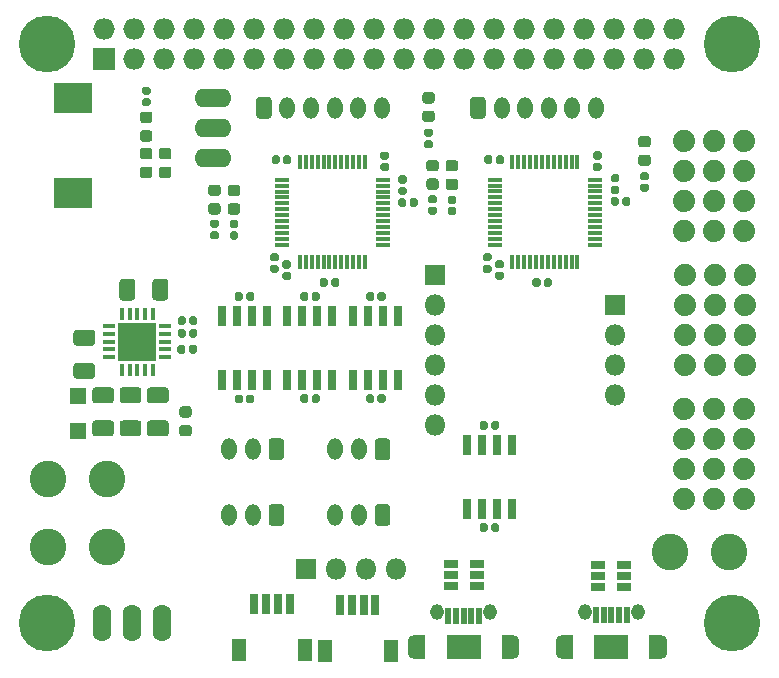
<source format=gbr>
G04 #@! TF.GenerationSoftware,KiCad,Pcbnew,5.1.6-c6e7f7d~87~ubuntu19.10.1*
G04 #@! TF.CreationDate,2021-03-31T16:12:46-04:00*
G04 #@! TF.ProjectId,helios,68656c69-6f73-42e6-9b69-6361645f7063,v1.0*
G04 #@! TF.SameCoordinates,Original*
G04 #@! TF.FileFunction,Soldermask,Top*
G04 #@! TF.FilePolarity,Negative*
%FSLAX46Y46*%
G04 Gerber Fmt 4.6, Leading zero omitted, Abs format (unit mm)*
G04 Created by KiCad (PCBNEW 5.1.6-c6e7f7d~87~ubuntu19.10.1) date 2021-03-31 16:12:46*
%MOMM*%
%LPD*%
G01*
G04 APERTURE LIST*
%ADD10R,1.800000X1.800000*%
%ADD11O,1.800000X1.800000*%
%ADD12R,1.476200X1.376200*%
%ADD13R,0.711200X1.651000*%
%ADD14C,3.101600*%
%ADD15O,1.300000X1.850000*%
%ADD16R,0.975000X2.000000*%
%ADD17R,3.000000X2.000000*%
%ADD18R,0.500000X1.450000*%
%ADD19O,1.100000X2.000000*%
%ADD20O,1.150000X1.350000*%
%ADD21O,1.827200X1.827200*%
%ADD22R,1.827200X1.827200*%
%ADD23R,0.701600X1.651600*%
%ADD24R,1.301600X1.901600*%
%ADD25C,1.879600*%
%ADD26R,3.276600X2.578100*%
%ADD27R,1.293800X0.404800*%
%ADD28R,0.404800X1.293800*%
%ADD29R,1.160000X0.750000*%
%ADD30R,0.404800X1.065200*%
%ADD31R,1.065200X0.404800*%
%ADD32R,3.300400X3.300400*%
%ADD33O,1.600200X3.124200*%
%ADD34O,3.124200X1.600200*%
%ADD35C,4.800000*%
G04 APERTURE END LIST*
D10*
G04 #@! TO.C,U10*
X151670000Y-96800000D03*
D11*
X151670000Y-99340000D03*
X151670000Y-101880000D03*
X151670000Y-104420000D03*
X151670000Y-106960000D03*
X151670000Y-109500000D03*
X166910000Y-104420000D03*
X166910000Y-101880000D03*
D10*
X166910000Y-99340000D03*
D11*
X166910000Y-106960000D03*
G04 #@! TD*
D12*
G04 #@! TO.C,D7*
X121450000Y-107100000D03*
X121450000Y-110000000D03*
G04 #@! TD*
D13*
G04 #@! TO.C,U3*
X148601000Y-100274000D03*
X147331000Y-100274000D03*
X146061000Y-100274000D03*
X144791000Y-100274000D03*
X144791000Y-105674000D03*
X146061000Y-105674000D03*
X147331000Y-105674000D03*
X148601000Y-105674000D03*
G04 #@! TD*
G04 #@! TO.C,U5*
X158205000Y-111190000D03*
X156935000Y-111190000D03*
X155665000Y-111190000D03*
X154395000Y-111190000D03*
X154395000Y-116590000D03*
X155665000Y-116590000D03*
X156935000Y-116590000D03*
X158205000Y-116590000D03*
G04 #@! TD*
G04 #@! TO.C,U2*
X137461000Y-105664000D03*
X136191000Y-105664000D03*
X134921000Y-105664000D03*
X133651000Y-105664000D03*
X133651000Y-100264000D03*
X134921000Y-100264000D03*
X136191000Y-100264000D03*
X137461000Y-100264000D03*
G04 #@! TD*
G04 #@! TO.C,U4*
X143021000Y-105664000D03*
X141751000Y-105664000D03*
X140481000Y-105664000D03*
X139211000Y-105664000D03*
X139211000Y-100264000D03*
X140481000Y-100264000D03*
X141751000Y-100264000D03*
X143021000Y-100264000D03*
G04 #@! TD*
D14*
G04 #@! TO.C,1111*
X123950000Y-114050000D03*
X118950000Y-114050000D03*
G04 #@! TD*
G04 #@! TO.C,C1*
G36*
G01*
X141946000Y-98436500D02*
X141946000Y-98831500D01*
G75*
G02*
X141773500Y-99004000I-172500J0D01*
G01*
X141428500Y-99004000D01*
G75*
G02*
X141256000Y-98831500I0J172500D01*
G01*
X141256000Y-98436500D01*
G75*
G02*
X141428500Y-98264000I172500J0D01*
G01*
X141773500Y-98264000D01*
G75*
G02*
X141946000Y-98436500I0J-172500D01*
G01*
G37*
G36*
G01*
X140976000Y-98436500D02*
X140976000Y-98831500D01*
G75*
G02*
X140803500Y-99004000I-172500J0D01*
G01*
X140458500Y-99004000D01*
G75*
G02*
X140286000Y-98831500I0J172500D01*
G01*
X140286000Y-98436500D01*
G75*
G02*
X140458500Y-98264000I172500J0D01*
G01*
X140803500Y-98264000D01*
G75*
G02*
X140976000Y-98436500I0J-172500D01*
G01*
G37*
G04 #@! TD*
G04 #@! TO.C,C2*
G36*
G01*
X146551000Y-98436500D02*
X146551000Y-98831500D01*
G75*
G02*
X146378500Y-99004000I-172500J0D01*
G01*
X146033500Y-99004000D01*
G75*
G02*
X145861000Y-98831500I0J172500D01*
G01*
X145861000Y-98436500D01*
G75*
G02*
X146033500Y-98264000I172500J0D01*
G01*
X146378500Y-98264000D01*
G75*
G02*
X146551000Y-98436500I0J-172500D01*
G01*
G37*
G36*
G01*
X147521000Y-98436500D02*
X147521000Y-98831500D01*
G75*
G02*
X147348500Y-99004000I-172500J0D01*
G01*
X147003500Y-99004000D01*
G75*
G02*
X146831000Y-98831500I0J172500D01*
G01*
X146831000Y-98436500D01*
G75*
G02*
X147003500Y-98264000I172500J0D01*
G01*
X147348500Y-98264000D01*
G75*
G02*
X147521000Y-98436500I0J-172500D01*
G01*
G37*
G04 #@! TD*
G04 #@! TO.C,C3*
G36*
G01*
X142635000Y-97252500D02*
X142635000Y-97647500D01*
G75*
G02*
X142462500Y-97820000I-172500J0D01*
G01*
X142117500Y-97820000D01*
G75*
G02*
X141945000Y-97647500I0J172500D01*
G01*
X141945000Y-97252500D01*
G75*
G02*
X142117500Y-97080000I172500J0D01*
G01*
X142462500Y-97080000D01*
G75*
G02*
X142635000Y-97252500I0J-172500D01*
G01*
G37*
G36*
G01*
X143605000Y-97252500D02*
X143605000Y-97647500D01*
G75*
G02*
X143432500Y-97820000I-172500J0D01*
G01*
X143087500Y-97820000D01*
G75*
G02*
X142915000Y-97647500I0J172500D01*
G01*
X142915000Y-97252500D01*
G75*
G02*
X143087500Y-97080000I172500J0D01*
G01*
X143432500Y-97080000D01*
G75*
G02*
X143605000Y-97252500I0J-172500D01*
G01*
G37*
G04 #@! TD*
G04 #@! TO.C,C4*
G36*
G01*
X161605000Y-97252500D02*
X161605000Y-97647500D01*
G75*
G02*
X161432500Y-97820000I-172500J0D01*
G01*
X161087500Y-97820000D01*
G75*
G02*
X160915000Y-97647500I0J172500D01*
G01*
X160915000Y-97252500D01*
G75*
G02*
X161087500Y-97080000I172500J0D01*
G01*
X161432500Y-97080000D01*
G75*
G02*
X161605000Y-97252500I0J-172500D01*
G01*
G37*
G36*
G01*
X160635000Y-97252500D02*
X160635000Y-97647500D01*
G75*
G02*
X160462500Y-97820000I-172500J0D01*
G01*
X160117500Y-97820000D01*
G75*
G02*
X159945000Y-97647500I0J172500D01*
G01*
X159945000Y-97252500D01*
G75*
G02*
X160117500Y-97080000I172500J0D01*
G01*
X160462500Y-97080000D01*
G75*
G02*
X160635000Y-97252500I0J-172500D01*
G01*
G37*
G04 #@! TD*
G04 #@! TO.C,C5*
G36*
G01*
X136396000Y-98436500D02*
X136396000Y-98831500D01*
G75*
G02*
X136223500Y-99004000I-172500J0D01*
G01*
X135878500Y-99004000D01*
G75*
G02*
X135706000Y-98831500I0J172500D01*
G01*
X135706000Y-98436500D01*
G75*
G02*
X135878500Y-98264000I172500J0D01*
G01*
X136223500Y-98264000D01*
G75*
G02*
X136396000Y-98436500I0J-172500D01*
G01*
G37*
G36*
G01*
X135426000Y-98436500D02*
X135426000Y-98831500D01*
G75*
G02*
X135253500Y-99004000I-172500J0D01*
G01*
X134908500Y-99004000D01*
G75*
G02*
X134736000Y-98831500I0J172500D01*
G01*
X134736000Y-98436500D01*
G75*
G02*
X134908500Y-98264000I172500J0D01*
G01*
X135253500Y-98264000D01*
G75*
G02*
X135426000Y-98436500I0J-172500D01*
G01*
G37*
G04 #@! TD*
G04 #@! TO.C,C6*
G36*
G01*
X157135000Y-109342500D02*
X157135000Y-109737500D01*
G75*
G02*
X156962500Y-109910000I-172500J0D01*
G01*
X156617500Y-109910000D01*
G75*
G02*
X156445000Y-109737500I0J172500D01*
G01*
X156445000Y-109342500D01*
G75*
G02*
X156617500Y-109170000I172500J0D01*
G01*
X156962500Y-109170000D01*
G75*
G02*
X157135000Y-109342500I0J-172500D01*
G01*
G37*
G36*
G01*
X156165000Y-109342500D02*
X156165000Y-109737500D01*
G75*
G02*
X155992500Y-109910000I-172500J0D01*
G01*
X155647500Y-109910000D01*
G75*
G02*
X155475000Y-109737500I0J172500D01*
G01*
X155475000Y-109342500D01*
G75*
G02*
X155647500Y-109170000I172500J0D01*
G01*
X155992500Y-109170000D01*
G75*
G02*
X156165000Y-109342500I0J-172500D01*
G01*
G37*
G04 #@! TD*
G04 #@! TO.C,C7*
G36*
G01*
X138952500Y-96545000D02*
X139347500Y-96545000D01*
G75*
G02*
X139520000Y-96717500I0J-172500D01*
G01*
X139520000Y-97062500D01*
G75*
G02*
X139347500Y-97235000I-172500J0D01*
G01*
X138952500Y-97235000D01*
G75*
G02*
X138780000Y-97062500I0J172500D01*
G01*
X138780000Y-96717500D01*
G75*
G02*
X138952500Y-96545000I172500J0D01*
G01*
G37*
G36*
G01*
X138952500Y-95575000D02*
X139347500Y-95575000D01*
G75*
G02*
X139520000Y-95747500I0J-172500D01*
G01*
X139520000Y-96092500D01*
G75*
G02*
X139347500Y-96265000I-172500J0D01*
G01*
X138952500Y-96265000D01*
G75*
G02*
X138780000Y-96092500I0J172500D01*
G01*
X138780000Y-95747500D01*
G75*
G02*
X138952500Y-95575000I172500J0D01*
G01*
G37*
G04 #@! TD*
G04 #@! TO.C,C8*
G36*
G01*
X137902500Y-94975000D02*
X138297500Y-94975000D01*
G75*
G02*
X138470000Y-95147500I0J-172500D01*
G01*
X138470000Y-95492500D01*
G75*
G02*
X138297500Y-95665000I-172500J0D01*
G01*
X137902500Y-95665000D01*
G75*
G02*
X137730000Y-95492500I0J172500D01*
G01*
X137730000Y-95147500D01*
G75*
G02*
X137902500Y-94975000I172500J0D01*
G01*
G37*
G36*
G01*
X137902500Y-95945000D02*
X138297500Y-95945000D01*
G75*
G02*
X138470000Y-96117500I0J-172500D01*
G01*
X138470000Y-96462500D01*
G75*
G02*
X138297500Y-96635000I-172500J0D01*
G01*
X137902500Y-96635000D01*
G75*
G02*
X137730000Y-96462500I0J172500D01*
G01*
X137730000Y-96117500D01*
G75*
G02*
X137902500Y-95945000I172500J0D01*
G01*
G37*
G04 #@! TD*
G04 #@! TO.C,C9*
G36*
G01*
X138555000Y-86862500D02*
X138555000Y-87257500D01*
G75*
G02*
X138382500Y-87430000I-172500J0D01*
G01*
X138037500Y-87430000D01*
G75*
G02*
X137865000Y-87257500I0J172500D01*
G01*
X137865000Y-86862500D01*
G75*
G02*
X138037500Y-86690000I172500J0D01*
G01*
X138382500Y-86690000D01*
G75*
G02*
X138555000Y-86862500I0J-172500D01*
G01*
G37*
G36*
G01*
X139525000Y-86862500D02*
X139525000Y-87257500D01*
G75*
G02*
X139352500Y-87430000I-172500J0D01*
G01*
X139007500Y-87430000D01*
G75*
G02*
X138835000Y-87257500I0J172500D01*
G01*
X138835000Y-86862500D01*
G75*
G02*
X139007500Y-86690000I172500J0D01*
G01*
X139352500Y-86690000D01*
G75*
G02*
X139525000Y-86862500I0J-172500D01*
G01*
G37*
G04 #@! TD*
G04 #@! TO.C,C10*
G36*
G01*
X147637500Y-88020000D02*
X147242500Y-88020000D01*
G75*
G02*
X147070000Y-87847500I0J172500D01*
G01*
X147070000Y-87502500D01*
G75*
G02*
X147242500Y-87330000I172500J0D01*
G01*
X147637500Y-87330000D01*
G75*
G02*
X147810000Y-87502500I0J-172500D01*
G01*
X147810000Y-87847500D01*
G75*
G02*
X147637500Y-88020000I-172500J0D01*
G01*
G37*
G36*
G01*
X147637500Y-87050000D02*
X147242500Y-87050000D01*
G75*
G02*
X147070000Y-86877500I0J172500D01*
G01*
X147070000Y-86532500D01*
G75*
G02*
X147242500Y-86360000I172500J0D01*
G01*
X147637500Y-86360000D01*
G75*
G02*
X147810000Y-86532500I0J-172500D01*
G01*
X147810000Y-86877500D01*
G75*
G02*
X147637500Y-87050000I-172500J0D01*
G01*
G37*
G04 #@! TD*
G04 #@! TO.C,C11*
G36*
G01*
X149550000Y-90887500D02*
X149550000Y-90492500D01*
G75*
G02*
X149722500Y-90320000I172500J0D01*
G01*
X150067500Y-90320000D01*
G75*
G02*
X150240000Y-90492500I0J-172500D01*
G01*
X150240000Y-90887500D01*
G75*
G02*
X150067500Y-91060000I-172500J0D01*
G01*
X149722500Y-91060000D01*
G75*
G02*
X149550000Y-90887500I0J172500D01*
G01*
G37*
G36*
G01*
X148580000Y-90887500D02*
X148580000Y-90492500D01*
G75*
G02*
X148752500Y-90320000I172500J0D01*
G01*
X149097500Y-90320000D01*
G75*
G02*
X149270000Y-90492500I0J-172500D01*
G01*
X149270000Y-90887500D01*
G75*
G02*
X149097500Y-91060000I-172500J0D01*
G01*
X148752500Y-91060000D01*
G75*
G02*
X148580000Y-90887500I0J172500D01*
G01*
G37*
G04 #@! TD*
G04 #@! TO.C,C12*
G36*
G01*
X149147500Y-89075000D02*
X148752500Y-89075000D01*
G75*
G02*
X148580000Y-88902500I0J172500D01*
G01*
X148580000Y-88557500D01*
G75*
G02*
X148752500Y-88385000I172500J0D01*
G01*
X149147500Y-88385000D01*
G75*
G02*
X149320000Y-88557500I0J-172500D01*
G01*
X149320000Y-88902500D01*
G75*
G02*
X149147500Y-89075000I-172500J0D01*
G01*
G37*
G36*
G01*
X149147500Y-90045000D02*
X148752500Y-90045000D01*
G75*
G02*
X148580000Y-89872500I0J172500D01*
G01*
X148580000Y-89527500D01*
G75*
G02*
X148752500Y-89355000I172500J0D01*
G01*
X149147500Y-89355000D01*
G75*
G02*
X149320000Y-89527500I0J-172500D01*
G01*
X149320000Y-89872500D01*
G75*
G02*
X149147500Y-90045000I-172500J0D01*
G01*
G37*
G04 #@! TD*
G04 #@! TO.C,C13*
G36*
G01*
X156962500Y-96535000D02*
X157357500Y-96535000D01*
G75*
G02*
X157530000Y-96707500I0J-172500D01*
G01*
X157530000Y-97052500D01*
G75*
G02*
X157357500Y-97225000I-172500J0D01*
G01*
X156962500Y-97225000D01*
G75*
G02*
X156790000Y-97052500I0J172500D01*
G01*
X156790000Y-96707500D01*
G75*
G02*
X156962500Y-96535000I172500J0D01*
G01*
G37*
G36*
G01*
X156962500Y-95565000D02*
X157357500Y-95565000D01*
G75*
G02*
X157530000Y-95737500I0J-172500D01*
G01*
X157530000Y-96082500D01*
G75*
G02*
X157357500Y-96255000I-172500J0D01*
G01*
X156962500Y-96255000D01*
G75*
G02*
X156790000Y-96082500I0J172500D01*
G01*
X156790000Y-95737500D01*
G75*
G02*
X156962500Y-95565000I172500J0D01*
G01*
G37*
G04 #@! TD*
G04 #@! TO.C,C14*
G36*
G01*
X155916500Y-95945000D02*
X156311500Y-95945000D01*
G75*
G02*
X156484000Y-96117500I0J-172500D01*
G01*
X156484000Y-96462500D01*
G75*
G02*
X156311500Y-96635000I-172500J0D01*
G01*
X155916500Y-96635000D01*
G75*
G02*
X155744000Y-96462500I0J172500D01*
G01*
X155744000Y-96117500D01*
G75*
G02*
X155916500Y-95945000I172500J0D01*
G01*
G37*
G36*
G01*
X155916500Y-94975000D02*
X156311500Y-94975000D01*
G75*
G02*
X156484000Y-95147500I0J-172500D01*
G01*
X156484000Y-95492500D01*
G75*
G02*
X156311500Y-95665000I-172500J0D01*
G01*
X155916500Y-95665000D01*
G75*
G02*
X155744000Y-95492500I0J172500D01*
G01*
X155744000Y-95147500D01*
G75*
G02*
X155916500Y-94975000I172500J0D01*
G01*
G37*
G04 #@! TD*
G04 #@! TO.C,C15*
G36*
G01*
X157535000Y-86862500D02*
X157535000Y-87257500D01*
G75*
G02*
X157362500Y-87430000I-172500J0D01*
G01*
X157017500Y-87430000D01*
G75*
G02*
X156845000Y-87257500I0J172500D01*
G01*
X156845000Y-86862500D01*
G75*
G02*
X157017500Y-86690000I172500J0D01*
G01*
X157362500Y-86690000D01*
G75*
G02*
X157535000Y-86862500I0J-172500D01*
G01*
G37*
G36*
G01*
X156565000Y-86862500D02*
X156565000Y-87257500D01*
G75*
G02*
X156392500Y-87430000I-172500J0D01*
G01*
X156047500Y-87430000D01*
G75*
G02*
X155875000Y-87257500I0J172500D01*
G01*
X155875000Y-86862500D01*
G75*
G02*
X156047500Y-86690000I172500J0D01*
G01*
X156392500Y-86690000D01*
G75*
G02*
X156565000Y-86862500I0J-172500D01*
G01*
G37*
G04 #@! TD*
G04 #@! TO.C,C16*
G36*
G01*
X165637500Y-87037000D02*
X165242500Y-87037000D01*
G75*
G02*
X165070000Y-86864500I0J172500D01*
G01*
X165070000Y-86519500D01*
G75*
G02*
X165242500Y-86347000I172500J0D01*
G01*
X165637500Y-86347000D01*
G75*
G02*
X165810000Y-86519500I0J-172500D01*
G01*
X165810000Y-86864500D01*
G75*
G02*
X165637500Y-87037000I-172500J0D01*
G01*
G37*
G36*
G01*
X165637500Y-88007000D02*
X165242500Y-88007000D01*
G75*
G02*
X165070000Y-87834500I0J172500D01*
G01*
X165070000Y-87489500D01*
G75*
G02*
X165242500Y-87317000I172500J0D01*
G01*
X165637500Y-87317000D01*
G75*
G02*
X165810000Y-87489500I0J-172500D01*
G01*
X165810000Y-87834500D01*
G75*
G02*
X165637500Y-88007000I-172500J0D01*
G01*
G37*
G04 #@! TD*
G04 #@! TO.C,C17*
G36*
G01*
X166580000Y-90777500D02*
X166580000Y-90382500D01*
G75*
G02*
X166752500Y-90210000I172500J0D01*
G01*
X167097500Y-90210000D01*
G75*
G02*
X167270000Y-90382500I0J-172500D01*
G01*
X167270000Y-90777500D01*
G75*
G02*
X167097500Y-90950000I-172500J0D01*
G01*
X166752500Y-90950000D01*
G75*
G02*
X166580000Y-90777500I0J172500D01*
G01*
G37*
G36*
G01*
X167550000Y-90777500D02*
X167550000Y-90382500D01*
G75*
G02*
X167722500Y-90210000I172500J0D01*
G01*
X168067500Y-90210000D01*
G75*
G02*
X168240000Y-90382500I0J-172500D01*
G01*
X168240000Y-90777500D01*
G75*
G02*
X168067500Y-90950000I-172500J0D01*
G01*
X167722500Y-90950000D01*
G75*
G02*
X167550000Y-90777500I0J172500D01*
G01*
G37*
G04 #@! TD*
G04 #@! TO.C,C18*
G36*
G01*
X167147500Y-88975000D02*
X166752500Y-88975000D01*
G75*
G02*
X166580000Y-88802500I0J172500D01*
G01*
X166580000Y-88457500D01*
G75*
G02*
X166752500Y-88285000I172500J0D01*
G01*
X167147500Y-88285000D01*
G75*
G02*
X167320000Y-88457500I0J-172500D01*
G01*
X167320000Y-88802500D01*
G75*
G02*
X167147500Y-88975000I-172500J0D01*
G01*
G37*
G36*
G01*
X167147500Y-89945000D02*
X166752500Y-89945000D01*
G75*
G02*
X166580000Y-89772500I0J172500D01*
G01*
X166580000Y-89427500D01*
G75*
G02*
X166752500Y-89255000I172500J0D01*
G01*
X167147500Y-89255000D01*
G75*
G02*
X167320000Y-89427500I0J-172500D01*
G01*
X167320000Y-89772500D01*
G75*
G02*
X167147500Y-89945000I-172500J0D01*
G01*
G37*
G04 #@! TD*
G04 #@! TO.C,C23*
G36*
G01*
X129885000Y-103297500D02*
X129885000Y-102902500D01*
G75*
G02*
X130057500Y-102730000I172500J0D01*
G01*
X130402500Y-102730000D01*
G75*
G02*
X130575000Y-102902500I0J-172500D01*
G01*
X130575000Y-103297500D01*
G75*
G02*
X130402500Y-103470000I-172500J0D01*
G01*
X130057500Y-103470000D01*
G75*
G02*
X129885000Y-103297500I0J172500D01*
G01*
G37*
G36*
G01*
X130855000Y-103297500D02*
X130855000Y-102902500D01*
G75*
G02*
X131027500Y-102730000I172500J0D01*
G01*
X131372500Y-102730000D01*
G75*
G02*
X131545000Y-102902500I0J-172500D01*
G01*
X131545000Y-103297500D01*
G75*
G02*
X131372500Y-103470000I-172500J0D01*
G01*
X131027500Y-103470000D01*
G75*
G02*
X130855000Y-103297500I0J172500D01*
G01*
G37*
G04 #@! TD*
G04 #@! TO.C,C25*
G36*
G01*
X126958750Y-86057500D02*
X127521250Y-86057500D01*
G75*
G02*
X127765000Y-86301250I0J-243750D01*
G01*
X127765000Y-86788750D01*
G75*
G02*
X127521250Y-87032500I-243750J0D01*
G01*
X126958750Y-87032500D01*
G75*
G02*
X126715000Y-86788750I0J243750D01*
G01*
X126715000Y-86301250D01*
G75*
G02*
X126958750Y-86057500I243750J0D01*
G01*
G37*
G36*
G01*
X126958750Y-87632500D02*
X127521250Y-87632500D01*
G75*
G02*
X127765000Y-87876250I0J-243750D01*
G01*
X127765000Y-88363750D01*
G75*
G02*
X127521250Y-88607500I-243750J0D01*
G01*
X126958750Y-88607500D01*
G75*
G02*
X126715000Y-88363750I0J243750D01*
G01*
X126715000Y-87876250D01*
G75*
G02*
X126958750Y-87632500I243750J0D01*
G01*
G37*
G04 #@! TD*
G04 #@! TO.C,C26*
G36*
G01*
X128568750Y-87630000D02*
X129131250Y-87630000D01*
G75*
G02*
X129375000Y-87873750I0J-243750D01*
G01*
X129375000Y-88361250D01*
G75*
G02*
X129131250Y-88605000I-243750J0D01*
G01*
X128568750Y-88605000D01*
G75*
G02*
X128325000Y-88361250I0J243750D01*
G01*
X128325000Y-87873750D01*
G75*
G02*
X128568750Y-87630000I243750J0D01*
G01*
G37*
G36*
G01*
X128568750Y-86055000D02*
X129131250Y-86055000D01*
G75*
G02*
X129375000Y-86298750I0J-243750D01*
G01*
X129375000Y-86786250D01*
G75*
G02*
X129131250Y-87030000I-243750J0D01*
G01*
X128568750Y-87030000D01*
G75*
G02*
X128325000Y-86786250I0J243750D01*
G01*
X128325000Y-86298750D01*
G75*
G02*
X128568750Y-86055000I243750J0D01*
G01*
G37*
G04 #@! TD*
G04 #@! TO.C,D1*
G36*
G01*
X134961250Y-91705000D02*
X134398750Y-91705000D01*
G75*
G02*
X134155000Y-91461250I0J243750D01*
G01*
X134155000Y-90973750D01*
G75*
G02*
X134398750Y-90730000I243750J0D01*
G01*
X134961250Y-90730000D01*
G75*
G02*
X135205000Y-90973750I0J-243750D01*
G01*
X135205000Y-91461250D01*
G75*
G02*
X134961250Y-91705000I-243750J0D01*
G01*
G37*
G36*
G01*
X134961250Y-90130000D02*
X134398750Y-90130000D01*
G75*
G02*
X134155000Y-89886250I0J243750D01*
G01*
X134155000Y-89398750D01*
G75*
G02*
X134398750Y-89155000I243750J0D01*
G01*
X134961250Y-89155000D01*
G75*
G02*
X135205000Y-89398750I0J-243750D01*
G01*
X135205000Y-89886250D01*
G75*
G02*
X134961250Y-90130000I-243750J0D01*
G01*
G37*
G04 #@! TD*
G04 #@! TO.C,D2*
G36*
G01*
X133311250Y-91702500D02*
X132748750Y-91702500D01*
G75*
G02*
X132505000Y-91458750I0J243750D01*
G01*
X132505000Y-90971250D01*
G75*
G02*
X132748750Y-90727500I243750J0D01*
G01*
X133311250Y-90727500D01*
G75*
G02*
X133555000Y-90971250I0J-243750D01*
G01*
X133555000Y-91458750D01*
G75*
G02*
X133311250Y-91702500I-243750J0D01*
G01*
G37*
G36*
G01*
X133311250Y-90127500D02*
X132748750Y-90127500D01*
G75*
G02*
X132505000Y-89883750I0J243750D01*
G01*
X132505000Y-89396250D01*
G75*
G02*
X132748750Y-89152500I243750J0D01*
G01*
X133311250Y-89152500D01*
G75*
G02*
X133555000Y-89396250I0J-243750D01*
G01*
X133555000Y-89883750D01*
G75*
G02*
X133311250Y-90127500I-243750J0D01*
G01*
G37*
G04 #@! TD*
G04 #@! TO.C,D3*
G36*
G01*
X151436251Y-82294999D02*
X150873751Y-82294999D01*
G75*
G02*
X150630001Y-82051249I0J243750D01*
G01*
X150630001Y-81563749D01*
G75*
G02*
X150873751Y-81319999I243750J0D01*
G01*
X151436251Y-81319999D01*
G75*
G02*
X151680001Y-81563749I0J-243750D01*
G01*
X151680001Y-82051249D01*
G75*
G02*
X151436251Y-82294999I-243750J0D01*
G01*
G37*
G36*
G01*
X151436251Y-83869999D02*
X150873751Y-83869999D01*
G75*
G02*
X150630001Y-83626249I0J243750D01*
G01*
X150630001Y-83138749D01*
G75*
G02*
X150873751Y-82894999I243750J0D01*
G01*
X151436251Y-82894999D01*
G75*
G02*
X151680001Y-83138749I0J-243750D01*
G01*
X151680001Y-83626249D01*
G75*
G02*
X151436251Y-83869999I-243750J0D01*
G01*
G37*
G04 #@! TD*
G04 #@! TO.C,D4*
G36*
G01*
X153411250Y-88050000D02*
X152848750Y-88050000D01*
G75*
G02*
X152605000Y-87806250I0J243750D01*
G01*
X152605000Y-87318750D01*
G75*
G02*
X152848750Y-87075000I243750J0D01*
G01*
X153411250Y-87075000D01*
G75*
G02*
X153655000Y-87318750I0J-243750D01*
G01*
X153655000Y-87806250D01*
G75*
G02*
X153411250Y-88050000I-243750J0D01*
G01*
G37*
G36*
G01*
X153411250Y-89625000D02*
X152848750Y-89625000D01*
G75*
G02*
X152605000Y-89381250I0J243750D01*
G01*
X152605000Y-88893750D01*
G75*
G02*
X152848750Y-88650000I243750J0D01*
G01*
X153411250Y-88650000D01*
G75*
G02*
X153655000Y-88893750I0J-243750D01*
G01*
X153655000Y-89381250D01*
G75*
G02*
X153411250Y-89625000I-243750J0D01*
G01*
G37*
G04 #@! TD*
G04 #@! TO.C,D5*
G36*
G01*
X151771250Y-88037500D02*
X151208750Y-88037500D01*
G75*
G02*
X150965000Y-87793750I0J243750D01*
G01*
X150965000Y-87306250D01*
G75*
G02*
X151208750Y-87062500I243750J0D01*
G01*
X151771250Y-87062500D01*
G75*
G02*
X152015000Y-87306250I0J-243750D01*
G01*
X152015000Y-87793750D01*
G75*
G02*
X151771250Y-88037500I-243750J0D01*
G01*
G37*
G36*
G01*
X151771250Y-89612500D02*
X151208750Y-89612500D01*
G75*
G02*
X150965000Y-89368750I0J243750D01*
G01*
X150965000Y-88881250D01*
G75*
G02*
X151208750Y-88637500I243750J0D01*
G01*
X151771250Y-88637500D01*
G75*
G02*
X152015000Y-88881250I0J-243750D01*
G01*
X152015000Y-89368750D01*
G75*
G02*
X151771250Y-89612500I-243750J0D01*
G01*
G37*
G04 #@! TD*
G04 #@! TO.C,D6*
G36*
G01*
X169716251Y-87589999D02*
X169153751Y-87589999D01*
G75*
G02*
X168910001Y-87346249I0J243750D01*
G01*
X168910001Y-86858749D01*
G75*
G02*
X169153751Y-86614999I243750J0D01*
G01*
X169716251Y-86614999D01*
G75*
G02*
X169960001Y-86858749I0J-243750D01*
G01*
X169960001Y-87346249D01*
G75*
G02*
X169716251Y-87589999I-243750J0D01*
G01*
G37*
G36*
G01*
X169716251Y-86014999D02*
X169153751Y-86014999D01*
G75*
G02*
X168910001Y-85771249I0J243750D01*
G01*
X168910001Y-85283749D01*
G75*
G02*
X169153751Y-85039999I243750J0D01*
G01*
X169716251Y-85039999D01*
G75*
G02*
X169960001Y-85283749I0J-243750D01*
G01*
X169960001Y-85771249D01*
G75*
G02*
X169716251Y-86014999I-243750J0D01*
G01*
G37*
G04 #@! TD*
G04 #@! TO.C,D8*
G36*
G01*
X126968750Y-82985000D02*
X127531250Y-82985000D01*
G75*
G02*
X127775000Y-83228750I0J-243750D01*
G01*
X127775000Y-83716250D01*
G75*
G02*
X127531250Y-83960000I-243750J0D01*
G01*
X126968750Y-83960000D01*
G75*
G02*
X126725000Y-83716250I0J243750D01*
G01*
X126725000Y-83228750D01*
G75*
G02*
X126968750Y-82985000I243750J0D01*
G01*
G37*
G36*
G01*
X126968750Y-84560000D02*
X127531250Y-84560000D01*
G75*
G02*
X127775000Y-84803750I0J-243750D01*
G01*
X127775000Y-85291250D01*
G75*
G02*
X127531250Y-85535000I-243750J0D01*
G01*
X126968750Y-85535000D01*
G75*
G02*
X126725000Y-85291250I0J243750D01*
G01*
X126725000Y-84803750D01*
G75*
G02*
X126968750Y-84560000I243750J0D01*
G01*
G37*
G04 #@! TD*
G04 #@! TO.C,F1*
G36*
G01*
X130861250Y-110475000D02*
X130298750Y-110475000D01*
G75*
G02*
X130055000Y-110231250I0J243750D01*
G01*
X130055000Y-109743750D01*
G75*
G02*
X130298750Y-109500000I243750J0D01*
G01*
X130861250Y-109500000D01*
G75*
G02*
X131105000Y-109743750I0J-243750D01*
G01*
X131105000Y-110231250D01*
G75*
G02*
X130861250Y-110475000I-243750J0D01*
G01*
G37*
G36*
G01*
X130861250Y-108900000D02*
X130298750Y-108900000D01*
G75*
G02*
X130055000Y-108656250I0J243750D01*
G01*
X130055000Y-108168750D01*
G75*
G02*
X130298750Y-107925000I243750J0D01*
G01*
X130861250Y-107925000D01*
G75*
G02*
X131105000Y-108168750I0J-243750D01*
G01*
X131105000Y-108656250D01*
G75*
G02*
X130861250Y-108900000I-243750J0D01*
G01*
G37*
G04 #@! TD*
G04 #@! TO.C,J5*
G36*
G01*
X136560000Y-83304168D02*
X136560000Y-81995832D01*
G75*
G02*
X136830832Y-81725000I270832J0D01*
G01*
X137589168Y-81725000D01*
G75*
G02*
X137860000Y-81995832I0J-270832D01*
G01*
X137860000Y-83304168D01*
G75*
G02*
X137589168Y-83575000I-270832J0D01*
G01*
X136830832Y-83575000D01*
G75*
G02*
X136560000Y-83304168I0J270832D01*
G01*
G37*
D15*
X139210000Y-82650000D03*
X141210000Y-82650000D03*
X143210000Y-82650000D03*
X145210000Y-82650000D03*
X147210000Y-82650000D03*
G04 #@! TD*
G04 #@! TO.C,J6*
X165330000Y-82650000D03*
X163330000Y-82650000D03*
X161330000Y-82650000D03*
X159330000Y-82650000D03*
X157330000Y-82650000D03*
G36*
G01*
X154680000Y-83304168D02*
X154680000Y-81995832D01*
G75*
G02*
X154950832Y-81725000I270832J0D01*
G01*
X155709168Y-81725000D01*
G75*
G02*
X155980000Y-81995832I0J-270832D01*
G01*
X155980000Y-83304168D01*
G75*
G02*
X155709168Y-83575000I-270832J0D01*
G01*
X154950832Y-83575000D01*
G75*
G02*
X154680000Y-83304168I0J270832D01*
G01*
G37*
G04 #@! TD*
D16*
G04 #@! TO.C,J7*
X150382500Y-128330000D03*
X157857500Y-128330000D03*
D17*
X154120000Y-128330000D03*
D18*
X154770000Y-125655000D03*
D19*
X158295000Y-128330000D03*
X149945000Y-128330000D03*
D20*
X156345000Y-125330000D03*
D18*
X155420000Y-125655000D03*
X154120000Y-125655000D03*
X153470000Y-125655000D03*
X152820000Y-125655000D03*
D20*
X151895000Y-125330000D03*
G04 #@! TD*
G04 #@! TO.C,J8*
X164395000Y-125310000D03*
D18*
X165320000Y-125635000D03*
X165970000Y-125635000D03*
X166620000Y-125635000D03*
X167920000Y-125635000D03*
D20*
X168845000Y-125310000D03*
D19*
X162445000Y-128310000D03*
X170795000Y-128310000D03*
D18*
X167270000Y-125635000D03*
D17*
X166620000Y-128310000D03*
D16*
X170357500Y-128310000D03*
X162882500Y-128310000D03*
G04 #@! TD*
D21*
G04 #@! TO.C,J19*
X171970000Y-76000000D03*
X171970000Y-78540000D03*
X169430000Y-76000000D03*
X169430000Y-78540000D03*
X166890000Y-76000000D03*
X166890000Y-78540000D03*
X164350000Y-76000000D03*
X164350000Y-78540000D03*
X161810000Y-76000000D03*
X161810000Y-78540000D03*
X159270000Y-76000000D03*
X159270000Y-78540000D03*
X156730000Y-76000000D03*
X156730000Y-78540000D03*
X154190000Y-76000000D03*
X154190000Y-78540000D03*
X151650000Y-76000000D03*
X151650000Y-78540000D03*
X149110000Y-76000000D03*
X149110000Y-78540000D03*
X146570000Y-76000000D03*
X146570000Y-78540000D03*
X144030000Y-76000000D03*
X144030000Y-78540000D03*
X141490000Y-76000000D03*
X141490000Y-78540000D03*
X138950000Y-76000000D03*
X138950000Y-78540000D03*
X136410000Y-76000000D03*
X136410000Y-78540000D03*
X133870000Y-76000000D03*
X133870000Y-78540000D03*
X131330000Y-76000000D03*
X131330000Y-78540000D03*
X128790000Y-76000000D03*
X128790000Y-78540000D03*
X126250000Y-76000000D03*
X126250000Y-78540000D03*
X123710000Y-76000000D03*
D22*
X123710000Y-78540000D03*
G04 #@! TD*
D23*
G04 #@! TO.C,J25*
X137400000Y-124706000D03*
X138400000Y-124706000D03*
X136400000Y-124706000D03*
X139400000Y-124706000D03*
D24*
X135100000Y-128606000D03*
X140700000Y-128606000D03*
G04 #@! TD*
G04 #@! TO.C,J26*
X147960000Y-128616000D03*
X142360000Y-128616000D03*
D23*
X146660000Y-124716000D03*
X143660000Y-124716000D03*
X145660000Y-124716000D03*
X144660000Y-124716000D03*
G04 #@! TD*
D25*
G04 #@! TO.C,JP1*
X177870000Y-115790000D03*
X177870000Y-113250000D03*
X177870000Y-110710000D03*
X177870000Y-108170000D03*
X175330000Y-115790000D03*
X172790000Y-115790000D03*
X175330000Y-113250000D03*
X172790000Y-113250000D03*
X175330000Y-110710000D03*
X172790000Y-110710000D03*
X175330000Y-108170000D03*
X172790000Y-108170000D03*
G04 #@! TD*
G04 #@! TO.C,JP2*
X172770000Y-85480000D03*
X175310000Y-85480000D03*
X172770000Y-88020000D03*
X175310000Y-88020000D03*
X172770000Y-90560000D03*
X175310000Y-90560000D03*
X172770000Y-93100000D03*
X175310000Y-93100000D03*
X177850000Y-85480000D03*
X177850000Y-88020000D03*
X177850000Y-90560000D03*
X177850000Y-93100000D03*
G04 #@! TD*
G04 #@! TO.C,JP3*
X172840000Y-96830000D03*
X175380000Y-96830000D03*
X172840000Y-99370000D03*
X175380000Y-99370000D03*
X172840000Y-101910000D03*
X175380000Y-101910000D03*
X172840000Y-104450000D03*
X175380000Y-104450000D03*
X177920000Y-96830000D03*
X177920000Y-99370000D03*
X177920000Y-101910000D03*
X177920000Y-104450000D03*
G04 #@! TD*
D26*
G04 #@! TO.C,L1*
X121030000Y-89904950D03*
X121030000Y-81815050D03*
G04 #@! TD*
G04 #@! TO.C,R1*
G36*
G01*
X136406000Y-107116500D02*
X136406000Y-107511500D01*
G75*
G02*
X136233500Y-107684000I-172500J0D01*
G01*
X135888500Y-107684000D01*
G75*
G02*
X135716000Y-107511500I0J172500D01*
G01*
X135716000Y-107116500D01*
G75*
G02*
X135888500Y-106944000I172500J0D01*
G01*
X136233500Y-106944000D01*
G75*
G02*
X136406000Y-107116500I0J-172500D01*
G01*
G37*
G36*
G01*
X135436000Y-107116500D02*
X135436000Y-107511500D01*
G75*
G02*
X135263500Y-107684000I-172500J0D01*
G01*
X134918500Y-107684000D01*
G75*
G02*
X134746000Y-107511500I0J172500D01*
G01*
X134746000Y-107116500D01*
G75*
G02*
X134918500Y-106944000I172500J0D01*
G01*
X135263500Y-106944000D01*
G75*
G02*
X135436000Y-107116500I0J-172500D01*
G01*
G37*
G04 #@! TD*
G04 #@! TO.C,R2*
G36*
G01*
X146551000Y-107086500D02*
X146551000Y-107481500D01*
G75*
G02*
X146378500Y-107654000I-172500J0D01*
G01*
X146033500Y-107654000D01*
G75*
G02*
X145861000Y-107481500I0J172500D01*
G01*
X145861000Y-107086500D01*
G75*
G02*
X146033500Y-106914000I172500J0D01*
G01*
X146378500Y-106914000D01*
G75*
G02*
X146551000Y-107086500I0J-172500D01*
G01*
G37*
G36*
G01*
X147521000Y-107086500D02*
X147521000Y-107481500D01*
G75*
G02*
X147348500Y-107654000I-172500J0D01*
G01*
X147003500Y-107654000D01*
G75*
G02*
X146831000Y-107481500I0J172500D01*
G01*
X146831000Y-107086500D01*
G75*
G02*
X147003500Y-106914000I172500J0D01*
G01*
X147348500Y-106914000D01*
G75*
G02*
X147521000Y-107086500I0J-172500D01*
G01*
G37*
G04 #@! TD*
G04 #@! TO.C,R3*
G36*
G01*
X140986000Y-107086500D02*
X140986000Y-107481500D01*
G75*
G02*
X140813500Y-107654000I-172500J0D01*
G01*
X140468500Y-107654000D01*
G75*
G02*
X140296000Y-107481500I0J172500D01*
G01*
X140296000Y-107086500D01*
G75*
G02*
X140468500Y-106914000I172500J0D01*
G01*
X140813500Y-106914000D01*
G75*
G02*
X140986000Y-107086500I0J-172500D01*
G01*
G37*
G36*
G01*
X141956000Y-107086500D02*
X141956000Y-107481500D01*
G75*
G02*
X141783500Y-107654000I-172500J0D01*
G01*
X141438500Y-107654000D01*
G75*
G02*
X141266000Y-107481500I0J172500D01*
G01*
X141266000Y-107086500D01*
G75*
G02*
X141438500Y-106914000I172500J0D01*
G01*
X141783500Y-106914000D01*
G75*
G02*
X141956000Y-107086500I0J-172500D01*
G01*
G37*
G04 #@! TD*
G04 #@! TO.C,R4*
G36*
G01*
X156165000Y-118012500D02*
X156165000Y-118407500D01*
G75*
G02*
X155992500Y-118580000I-172500J0D01*
G01*
X155647500Y-118580000D01*
G75*
G02*
X155475000Y-118407500I0J172500D01*
G01*
X155475000Y-118012500D01*
G75*
G02*
X155647500Y-117840000I172500J0D01*
G01*
X155992500Y-117840000D01*
G75*
G02*
X156165000Y-118012500I0J-172500D01*
G01*
G37*
G36*
G01*
X157135000Y-118012500D02*
X157135000Y-118407500D01*
G75*
G02*
X156962500Y-118580000I-172500J0D01*
G01*
X156617500Y-118580000D01*
G75*
G02*
X156445000Y-118407500I0J172500D01*
G01*
X156445000Y-118012500D01*
G75*
G02*
X156617500Y-117840000I172500J0D01*
G01*
X156962500Y-117840000D01*
G75*
G02*
X157135000Y-118012500I0J-172500D01*
G01*
G37*
G04 #@! TD*
G04 #@! TO.C,R5*
G36*
G01*
X134482500Y-92150000D02*
X134877500Y-92150000D01*
G75*
G02*
X135050000Y-92322500I0J-172500D01*
G01*
X135050000Y-92667500D01*
G75*
G02*
X134877500Y-92840000I-172500J0D01*
G01*
X134482500Y-92840000D01*
G75*
G02*
X134310000Y-92667500I0J172500D01*
G01*
X134310000Y-92322500D01*
G75*
G02*
X134482500Y-92150000I172500J0D01*
G01*
G37*
G36*
G01*
X134482500Y-93120000D02*
X134877500Y-93120000D01*
G75*
G02*
X135050000Y-93292500I0J-172500D01*
G01*
X135050000Y-93637500D01*
G75*
G02*
X134877500Y-93810000I-172500J0D01*
G01*
X134482500Y-93810000D01*
G75*
G02*
X134310000Y-93637500I0J172500D01*
G01*
X134310000Y-93292500D01*
G75*
G02*
X134482500Y-93120000I172500J0D01*
G01*
G37*
G04 #@! TD*
G04 #@! TO.C,R6*
G36*
G01*
X132832500Y-92135000D02*
X133227500Y-92135000D01*
G75*
G02*
X133400000Y-92307500I0J-172500D01*
G01*
X133400000Y-92652500D01*
G75*
G02*
X133227500Y-92825000I-172500J0D01*
G01*
X132832500Y-92825000D01*
G75*
G02*
X132660000Y-92652500I0J172500D01*
G01*
X132660000Y-92307500D01*
G75*
G02*
X132832500Y-92135000I172500J0D01*
G01*
G37*
G36*
G01*
X132832500Y-93105000D02*
X133227500Y-93105000D01*
G75*
G02*
X133400000Y-93277500I0J-172500D01*
G01*
X133400000Y-93622500D01*
G75*
G02*
X133227500Y-93795000I-172500J0D01*
G01*
X132832500Y-93795000D01*
G75*
G02*
X132660000Y-93622500I0J172500D01*
G01*
X132660000Y-93277500D01*
G75*
G02*
X132832500Y-93105000I172500J0D01*
G01*
G37*
G04 #@! TD*
G04 #@! TO.C,R7*
G36*
G01*
X150952500Y-84420000D02*
X151347500Y-84420000D01*
G75*
G02*
X151520000Y-84592500I0J-172500D01*
G01*
X151520000Y-84937500D01*
G75*
G02*
X151347500Y-85110000I-172500J0D01*
G01*
X150952500Y-85110000D01*
G75*
G02*
X150780000Y-84937500I0J172500D01*
G01*
X150780000Y-84592500D01*
G75*
G02*
X150952500Y-84420000I172500J0D01*
G01*
G37*
G36*
G01*
X150952500Y-85390000D02*
X151347500Y-85390000D01*
G75*
G02*
X151520000Y-85562500I0J-172500D01*
G01*
X151520000Y-85907500D01*
G75*
G02*
X151347500Y-86080000I-172500J0D01*
G01*
X150952500Y-86080000D01*
G75*
G02*
X150780000Y-85907500I0J172500D01*
G01*
X150780000Y-85562500D01*
G75*
G02*
X150952500Y-85390000I172500J0D01*
G01*
G37*
G04 #@! TD*
G04 #@! TO.C,R8*
G36*
G01*
X152932500Y-91065000D02*
X153327500Y-91065000D01*
G75*
G02*
X153500000Y-91237500I0J-172500D01*
G01*
X153500000Y-91582500D01*
G75*
G02*
X153327500Y-91755000I-172500J0D01*
G01*
X152932500Y-91755000D01*
G75*
G02*
X152760000Y-91582500I0J172500D01*
G01*
X152760000Y-91237500D01*
G75*
G02*
X152932500Y-91065000I172500J0D01*
G01*
G37*
G36*
G01*
X152932500Y-90095000D02*
X153327500Y-90095000D01*
G75*
G02*
X153500000Y-90267500I0J-172500D01*
G01*
X153500000Y-90612500D01*
G75*
G02*
X153327500Y-90785000I-172500J0D01*
G01*
X152932500Y-90785000D01*
G75*
G02*
X152760000Y-90612500I0J172500D01*
G01*
X152760000Y-90267500D01*
G75*
G02*
X152932500Y-90095000I172500J0D01*
G01*
G37*
G04 #@! TD*
G04 #@! TO.C,R9*
G36*
G01*
X151292500Y-90065000D02*
X151687500Y-90065000D01*
G75*
G02*
X151860000Y-90237500I0J-172500D01*
G01*
X151860000Y-90582500D01*
G75*
G02*
X151687500Y-90755000I-172500J0D01*
G01*
X151292500Y-90755000D01*
G75*
G02*
X151120000Y-90582500I0J172500D01*
G01*
X151120000Y-90237500D01*
G75*
G02*
X151292500Y-90065000I172500J0D01*
G01*
G37*
G36*
G01*
X151292500Y-91035000D02*
X151687500Y-91035000D01*
G75*
G02*
X151860000Y-91207500I0J-172500D01*
G01*
X151860000Y-91552500D01*
G75*
G02*
X151687500Y-91725000I-172500J0D01*
G01*
X151292500Y-91725000D01*
G75*
G02*
X151120000Y-91552500I0J172500D01*
G01*
X151120000Y-91207500D01*
G75*
G02*
X151292500Y-91035000I172500J0D01*
G01*
G37*
G04 #@! TD*
G04 #@! TO.C,R10*
G36*
G01*
X169252500Y-88110000D02*
X169647500Y-88110000D01*
G75*
G02*
X169820000Y-88282500I0J-172500D01*
G01*
X169820000Y-88627500D01*
G75*
G02*
X169647500Y-88800000I-172500J0D01*
G01*
X169252500Y-88800000D01*
G75*
G02*
X169080000Y-88627500I0J172500D01*
G01*
X169080000Y-88282500D01*
G75*
G02*
X169252500Y-88110000I172500J0D01*
G01*
G37*
G36*
G01*
X169252500Y-89080000D02*
X169647500Y-89080000D01*
G75*
G02*
X169820000Y-89252500I0J-172500D01*
G01*
X169820000Y-89597500D01*
G75*
G02*
X169647500Y-89770000I-172500J0D01*
G01*
X169252500Y-89770000D01*
G75*
G02*
X169080000Y-89597500I0J172500D01*
G01*
X169080000Y-89252500D01*
G75*
G02*
X169252500Y-89080000I172500J0D01*
G01*
G37*
G04 #@! TD*
G04 #@! TO.C,R11*
G36*
G01*
X131575000Y-101552500D02*
X131575000Y-101947500D01*
G75*
G02*
X131402500Y-102120000I-172500J0D01*
G01*
X131057500Y-102120000D01*
G75*
G02*
X130885000Y-101947500I0J172500D01*
G01*
X130885000Y-101552500D01*
G75*
G02*
X131057500Y-101380000I172500J0D01*
G01*
X131402500Y-101380000D01*
G75*
G02*
X131575000Y-101552500I0J-172500D01*
G01*
G37*
G36*
G01*
X130605000Y-101552500D02*
X130605000Y-101947500D01*
G75*
G02*
X130432500Y-102120000I-172500J0D01*
G01*
X130087500Y-102120000D01*
G75*
G02*
X129915000Y-101947500I0J172500D01*
G01*
X129915000Y-101552500D01*
G75*
G02*
X130087500Y-101380000I172500J0D01*
G01*
X130432500Y-101380000D01*
G75*
G02*
X130605000Y-101552500I0J-172500D01*
G01*
G37*
G04 #@! TD*
G04 #@! TO.C,R12*
G36*
G01*
X127447500Y-81560000D02*
X127052500Y-81560000D01*
G75*
G02*
X126880000Y-81387500I0J172500D01*
G01*
X126880000Y-81042500D01*
G75*
G02*
X127052500Y-80870000I172500J0D01*
G01*
X127447500Y-80870000D01*
G75*
G02*
X127620000Y-81042500I0J-172500D01*
G01*
X127620000Y-81387500D01*
G75*
G02*
X127447500Y-81560000I-172500J0D01*
G01*
G37*
G36*
G01*
X127447500Y-82530000D02*
X127052500Y-82530000D01*
G75*
G02*
X126880000Y-82357500I0J172500D01*
G01*
X126880000Y-82012500D01*
G75*
G02*
X127052500Y-81840000I172500J0D01*
G01*
X127447500Y-81840000D01*
G75*
G02*
X127620000Y-82012500I0J-172500D01*
G01*
X127620000Y-82357500D01*
G75*
G02*
X127447500Y-82530000I-172500J0D01*
G01*
G37*
G04 #@! TD*
G04 #@! TO.C,R13*
G36*
G01*
X130885000Y-100887500D02*
X130885000Y-100492500D01*
G75*
G02*
X131057500Y-100320000I172500J0D01*
G01*
X131402500Y-100320000D01*
G75*
G02*
X131575000Y-100492500I0J-172500D01*
G01*
X131575000Y-100887500D01*
G75*
G02*
X131402500Y-101060000I-172500J0D01*
G01*
X131057500Y-101060000D01*
G75*
G02*
X130885000Y-100887500I0J172500D01*
G01*
G37*
G36*
G01*
X129915000Y-100887500D02*
X129915000Y-100492500D01*
G75*
G02*
X130087500Y-100320000I172500J0D01*
G01*
X130432500Y-100320000D01*
G75*
G02*
X130605000Y-100492500I0J-172500D01*
G01*
X130605000Y-100887500D01*
G75*
G02*
X130432500Y-101060000I-172500J0D01*
G01*
X130087500Y-101060000D01*
G75*
G02*
X129915000Y-100887500I0J172500D01*
G01*
G37*
G04 #@! TD*
D27*
G04 #@! TO.C,U1*
X138760001Y-94250000D03*
X138760001Y-93750001D03*
X138760001Y-93249999D03*
X138760001Y-92750000D03*
X138760001Y-92250001D03*
X138760001Y-91750000D03*
X138760001Y-91250000D03*
X138760001Y-90749999D03*
X138760001Y-90250000D03*
X138760001Y-89750001D03*
X138760001Y-89249999D03*
X138760001Y-88750000D03*
D28*
X140260000Y-87250001D03*
X140759999Y-87250001D03*
X141260001Y-87250001D03*
X141760000Y-87250001D03*
X142259999Y-87250001D03*
X142760000Y-87250001D03*
X143260000Y-87250001D03*
X143760001Y-87250001D03*
X144260000Y-87250001D03*
X144759999Y-87250001D03*
X145260001Y-87250001D03*
X145760000Y-87250001D03*
D27*
X147259999Y-88750000D03*
X147259999Y-89249999D03*
X147259999Y-89750001D03*
X147259999Y-90250000D03*
X147259999Y-90749999D03*
X147259999Y-91250000D03*
X147259999Y-91750000D03*
X147259999Y-92250001D03*
X147259999Y-92750000D03*
X147259999Y-93249999D03*
X147259999Y-93750001D03*
X147259999Y-94250000D03*
D28*
X145760000Y-95749999D03*
X145260001Y-95749999D03*
X144759999Y-95749999D03*
X144260000Y-95749999D03*
X143760001Y-95749999D03*
X143260000Y-95749999D03*
X142760000Y-95749999D03*
X142259999Y-95749999D03*
X141760000Y-95749999D03*
X141260001Y-95749999D03*
X140759999Y-95749999D03*
X140260000Y-95749999D03*
G04 #@! TD*
G04 #@! TO.C,U6*
X158260000Y-95739999D03*
X158759999Y-95739999D03*
X159260001Y-95739999D03*
X159760000Y-95739999D03*
X160259999Y-95739999D03*
X160760000Y-95739999D03*
X161260000Y-95739999D03*
X161760001Y-95739999D03*
X162260000Y-95739999D03*
X162759999Y-95739999D03*
X163260001Y-95739999D03*
X163760000Y-95739999D03*
D27*
X165259999Y-94240000D03*
X165259999Y-93740001D03*
X165259999Y-93239999D03*
X165259999Y-92740000D03*
X165259999Y-92240001D03*
X165259999Y-91740000D03*
X165259999Y-91240000D03*
X165259999Y-90739999D03*
X165259999Y-90240000D03*
X165259999Y-89740001D03*
X165259999Y-89239999D03*
X165259999Y-88740000D03*
D28*
X163760000Y-87240001D03*
X163260001Y-87240001D03*
X162759999Y-87240001D03*
X162260000Y-87240001D03*
X161760001Y-87240001D03*
X161260000Y-87240001D03*
X160760000Y-87240001D03*
X160259999Y-87240001D03*
X159760000Y-87240001D03*
X159260001Y-87240001D03*
X158759999Y-87240001D03*
X158260000Y-87240001D03*
D27*
X156760001Y-88740000D03*
X156760001Y-89239999D03*
X156760001Y-89740001D03*
X156760001Y-90240000D03*
X156760001Y-90739999D03*
X156760001Y-91240000D03*
X156760001Y-91740000D03*
X156760001Y-92240001D03*
X156760001Y-92740000D03*
X156760001Y-93239999D03*
X156760001Y-93740001D03*
X156760001Y-94240000D03*
G04 #@! TD*
D29*
G04 #@! TO.C,U7*
X153030000Y-122230000D03*
X153030000Y-123180000D03*
X153030000Y-121280000D03*
X155230000Y-121280000D03*
X155230000Y-122230000D03*
X155230000Y-123180000D03*
G04 #@! TD*
G04 #@! TO.C,U8*
X167730000Y-123250000D03*
X167730000Y-122300000D03*
X167730000Y-121350000D03*
X165530000Y-121350000D03*
X165530000Y-123250000D03*
X165530000Y-122300000D03*
G04 #@! TD*
D14*
G04 #@! TO.C,U9*
X118920000Y-119820000D03*
X123920000Y-119820000D03*
G04 #@! TD*
G04 #@! TO.C,U11*
X171580000Y-120300000D03*
X176580000Y-120300000D03*
G04 #@! TD*
D30*
G04 #@! TO.C,U12*
X125200000Y-104824900D03*
X125850001Y-104824900D03*
X126500000Y-104824900D03*
X127149999Y-104824900D03*
X127800000Y-104824900D03*
D31*
X128874900Y-103750000D03*
X128874900Y-103099999D03*
X128874900Y-102450000D03*
X128874900Y-101800001D03*
X128874900Y-101150000D03*
D30*
X127800000Y-100075100D03*
X127149999Y-100075100D03*
X126500000Y-100075100D03*
X125850001Y-100075100D03*
X125200000Y-100075100D03*
D31*
X124125100Y-101150000D03*
X124125100Y-101800001D03*
X124125100Y-102450000D03*
X124125100Y-103099999D03*
X124125100Y-103750000D03*
D32*
X126500000Y-102450000D03*
G04 #@! TD*
G04 #@! TO.C,J1*
G36*
G01*
X138916000Y-110903832D02*
X138916000Y-112212168D01*
G75*
G02*
X138645168Y-112483000I-270832J0D01*
G01*
X137886832Y-112483000D01*
G75*
G02*
X137616000Y-112212168I0J270832D01*
G01*
X137616000Y-110903832D01*
G75*
G02*
X137886832Y-110633000I270832J0D01*
G01*
X138645168Y-110633000D01*
G75*
G02*
X138916000Y-110903832I0J-270832D01*
G01*
G37*
D15*
X136266000Y-111558000D03*
X134266000Y-111558000D03*
G04 #@! TD*
G04 #@! TO.C,J2*
X143256000Y-111568000D03*
X145256000Y-111568000D03*
G36*
G01*
X147906000Y-110913832D02*
X147906000Y-112222168D01*
G75*
G02*
X147635168Y-112493000I-270832J0D01*
G01*
X146876832Y-112493000D01*
G75*
G02*
X146606000Y-112222168I0J270832D01*
G01*
X146606000Y-110913832D01*
G75*
G02*
X146876832Y-110643000I270832J0D01*
G01*
X147635168Y-110643000D01*
G75*
G02*
X147906000Y-110913832I0J-270832D01*
G01*
G37*
G04 #@! TD*
G04 #@! TO.C,J3*
G36*
G01*
X138916000Y-116483832D02*
X138916000Y-117792168D01*
G75*
G02*
X138645168Y-118063000I-270832J0D01*
G01*
X137886832Y-118063000D01*
G75*
G02*
X137616000Y-117792168I0J270832D01*
G01*
X137616000Y-116483832D01*
G75*
G02*
X137886832Y-116213000I270832J0D01*
G01*
X138645168Y-116213000D01*
G75*
G02*
X138916000Y-116483832I0J-270832D01*
G01*
G37*
X136266000Y-117138000D03*
X134266000Y-117138000D03*
G04 #@! TD*
G04 #@! TO.C,J4*
X143256000Y-117148000D03*
X145256000Y-117148000D03*
G36*
G01*
X147906000Y-116493832D02*
X147906000Y-117802168D01*
G75*
G02*
X147635168Y-118073000I-270832J0D01*
G01*
X146876832Y-118073000D01*
G75*
G02*
X146606000Y-117802168I0J270832D01*
G01*
X146606000Y-116493832D01*
G75*
G02*
X146876832Y-116223000I270832J0D01*
G01*
X147635168Y-116223000D01*
G75*
G02*
X147906000Y-116493832I0J-270832D01*
G01*
G37*
G04 #@! TD*
G04 #@! TO.C,C19*
G36*
G01*
X127575000Y-109125000D02*
X128885000Y-109125000D01*
G75*
G02*
X129155000Y-109395000I0J-270000D01*
G01*
X129155000Y-110205000D01*
G75*
G02*
X128885000Y-110475000I-270000J0D01*
G01*
X127575000Y-110475000D01*
G75*
G02*
X127305000Y-110205000I0J270000D01*
G01*
X127305000Y-109395000D01*
G75*
G02*
X127575000Y-109125000I270000J0D01*
G01*
G37*
G36*
G01*
X127575000Y-106325000D02*
X128885000Y-106325000D01*
G75*
G02*
X129155000Y-106595000I0J-270000D01*
G01*
X129155000Y-107405000D01*
G75*
G02*
X128885000Y-107675000I-270000J0D01*
G01*
X127575000Y-107675000D01*
G75*
G02*
X127305000Y-107405000I0J270000D01*
G01*
X127305000Y-106595000D01*
G75*
G02*
X127575000Y-106325000I270000J0D01*
G01*
G37*
G04 #@! TD*
G04 #@! TO.C,C20*
G36*
G01*
X122945000Y-106325000D02*
X124255000Y-106325000D01*
G75*
G02*
X124525000Y-106595000I0J-270000D01*
G01*
X124525000Y-107405000D01*
G75*
G02*
X124255000Y-107675000I-270000J0D01*
G01*
X122945000Y-107675000D01*
G75*
G02*
X122675000Y-107405000I0J270000D01*
G01*
X122675000Y-106595000D01*
G75*
G02*
X122945000Y-106325000I270000J0D01*
G01*
G37*
G36*
G01*
X122945000Y-109125000D02*
X124255000Y-109125000D01*
G75*
G02*
X124525000Y-109395000I0J-270000D01*
G01*
X124525000Y-110205000D01*
G75*
G02*
X124255000Y-110475000I-270000J0D01*
G01*
X122945000Y-110475000D01*
G75*
G02*
X122675000Y-110205000I0J270000D01*
G01*
X122675000Y-109395000D01*
G75*
G02*
X122945000Y-109125000I270000J0D01*
G01*
G37*
G04 #@! TD*
G04 #@! TO.C,C21*
G36*
G01*
X125265000Y-109125000D02*
X126575000Y-109125000D01*
G75*
G02*
X126845000Y-109395000I0J-270000D01*
G01*
X126845000Y-110205000D01*
G75*
G02*
X126575000Y-110475000I-270000J0D01*
G01*
X125265000Y-110475000D01*
G75*
G02*
X124995000Y-110205000I0J270000D01*
G01*
X124995000Y-109395000D01*
G75*
G02*
X125265000Y-109125000I270000J0D01*
G01*
G37*
G36*
G01*
X125265000Y-106325000D02*
X126575000Y-106325000D01*
G75*
G02*
X126845000Y-106595000I0J-270000D01*
G01*
X126845000Y-107405000D01*
G75*
G02*
X126575000Y-107675000I-270000J0D01*
G01*
X125265000Y-107675000D01*
G75*
G02*
X124995000Y-107405000I0J270000D01*
G01*
X124995000Y-106595000D01*
G75*
G02*
X125265000Y-106325000I270000J0D01*
G01*
G37*
G04 #@! TD*
G04 #@! TO.C,C22*
G36*
G01*
X121345000Y-101455000D02*
X122655000Y-101455000D01*
G75*
G02*
X122925000Y-101725000I0J-270000D01*
G01*
X122925000Y-102535000D01*
G75*
G02*
X122655000Y-102805000I-270000J0D01*
G01*
X121345000Y-102805000D01*
G75*
G02*
X121075000Y-102535000I0J270000D01*
G01*
X121075000Y-101725000D01*
G75*
G02*
X121345000Y-101455000I270000J0D01*
G01*
G37*
G36*
G01*
X121345000Y-104255000D02*
X122655000Y-104255000D01*
G75*
G02*
X122925000Y-104525000I0J-270000D01*
G01*
X122925000Y-105335000D01*
G75*
G02*
X122655000Y-105605000I-270000J0D01*
G01*
X121345000Y-105605000D01*
G75*
G02*
X121075000Y-105335000I0J270000D01*
G01*
X121075000Y-104525000D01*
G75*
G02*
X121345000Y-104255000I270000J0D01*
G01*
G37*
G04 #@! TD*
G04 #@! TO.C,C24*
G36*
G01*
X129125000Y-97395000D02*
X129125000Y-98705000D01*
G75*
G02*
X128855000Y-98975000I-270000J0D01*
G01*
X128045000Y-98975000D01*
G75*
G02*
X127775000Y-98705000I0J270000D01*
G01*
X127775000Y-97395000D01*
G75*
G02*
X128045000Y-97125000I270000J0D01*
G01*
X128855000Y-97125000D01*
G75*
G02*
X129125000Y-97395000I0J-270000D01*
G01*
G37*
G36*
G01*
X126325000Y-97395000D02*
X126325000Y-98705000D01*
G75*
G02*
X126055000Y-98975000I-270000J0D01*
G01*
X125245000Y-98975000D01*
G75*
G02*
X124975000Y-98705000I0J270000D01*
G01*
X124975000Y-97395000D01*
G75*
G02*
X125245000Y-97125000I270000J0D01*
G01*
X126055000Y-97125000D01*
G75*
G02*
X126325000Y-97395000I0J-270000D01*
G01*
G37*
G04 #@! TD*
D10*
G04 #@! TO.C,J22*
X140750000Y-121720000D03*
D11*
X143290000Y-121720000D03*
X145830000Y-121720000D03*
X148370000Y-121720000D03*
G04 #@! TD*
D33*
G04 #@! TO.C,J9*
X128590000Y-126240000D03*
X126050000Y-126240000D03*
X123510000Y-126240000D03*
G04 #@! TD*
D34*
G04 #@! TO.C,J14*
X132910000Y-86870000D03*
X132910000Y-84330000D03*
X132910000Y-81790000D03*
G04 #@! TD*
D35*
G04 #@! TO.C,H1*
X118840000Y-77270000D03*
G04 #@! TD*
G04 #@! TO.C,H2*
X118840000Y-126270000D03*
G04 #@! TD*
G04 #@! TO.C,H3*
X176840000Y-126260000D03*
G04 #@! TD*
G04 #@! TO.C,H4*
X176840000Y-77270000D03*
G04 #@! TD*
M02*

</source>
